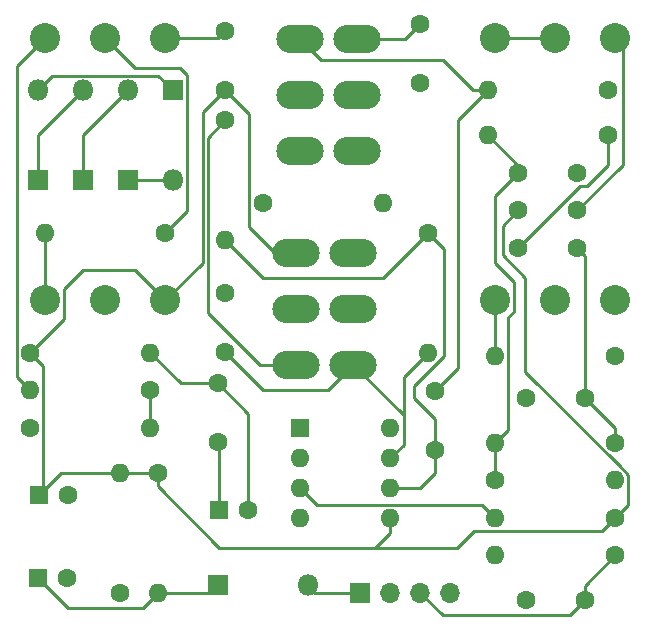
<source format=gtl>
G04 #@! TF.GenerationSoftware,KiCad,Pcbnew,7.0.11+dfsg-1build4*
G04 #@! TF.CreationDate,2026-01-27T20:44:15-05:00*
G04 #@! TF.ProjectId,Overdrive-01-KoT,4f766572-6472-4697-9665-2d30312d4b6f,rev?*
G04 #@! TF.SameCoordinates,Original*
G04 #@! TF.FileFunction,Copper,L1,Top*
G04 #@! TF.FilePolarity,Positive*
%FSLAX46Y46*%
G04 Gerber Fmt 4.6, Leading zero omitted, Abs format (unit mm)*
G04 Created by KiCad (PCBNEW 7.0.11+dfsg-1build4) date 2026-01-27 20:44:15*
%MOMM*%
%LPD*%
G01*
G04 APERTURE LIST*
G04 #@! TA.AperFunction,ComponentPad*
%ADD10C,1.600000*%
G04 #@! TD*
G04 #@! TA.AperFunction,ComponentPad*
%ADD11O,1.600000X1.600000*%
G04 #@! TD*
G04 #@! TA.AperFunction,ComponentPad*
%ADD12R,1.600000X1.600000*%
G04 #@! TD*
G04 #@! TA.AperFunction,ComponentPad*
%ADD13R,1.700000X1.700000*%
G04 #@! TD*
G04 #@! TA.AperFunction,ComponentPad*
%ADD14O,1.700000X1.700000*%
G04 #@! TD*
G04 #@! TA.AperFunction,ComponentPad*
%ADD15O,4.000000X2.416000*%
G04 #@! TD*
G04 #@! TA.AperFunction,ComponentPad*
%ADD16C,2.540000*%
G04 #@! TD*
G04 #@! TA.AperFunction,ComponentPad*
%ADD17R,1.800000X1.800000*%
G04 #@! TD*
G04 #@! TA.AperFunction,ComponentPad*
%ADD18O,1.800000X1.800000*%
G04 #@! TD*
G04 #@! TA.AperFunction,Conductor*
%ADD19C,0.250000*%
G04 #@! TD*
G04 APERTURE END LIST*
D10*
X143510000Y-100330000D03*
D11*
X133350000Y-100330000D03*
D12*
X94702621Y-104775000D03*
D10*
X97202621Y-104775000D03*
X113665000Y-80010000D03*
D11*
X123825000Y-80010000D03*
D13*
X121920000Y-113030000D03*
D14*
X124460000Y-113030000D03*
X127000000Y-113030000D03*
X129540000Y-113030000D03*
D10*
X110490000Y-73025000D03*
D11*
X110490000Y-83185000D03*
D12*
X94615000Y-111760000D03*
D10*
X97115000Y-111760000D03*
D15*
X116455000Y-84250000D03*
X116455000Y-88950000D03*
X116455000Y-93730000D03*
X121325000Y-84250000D03*
X121325000Y-88950000D03*
X121325000Y-93730000D03*
D10*
X133350000Y-103505000D03*
D11*
X143510000Y-103505000D03*
D10*
X140970000Y-96520000D03*
X135970000Y-96520000D03*
D16*
X105410000Y-88265000D03*
X100330000Y-88265000D03*
X95250000Y-88265000D03*
D17*
X98425000Y-78105000D03*
D18*
X98425000Y-70485000D03*
D17*
X102235000Y-78105000D03*
D18*
X102235000Y-70485000D03*
D10*
X104140000Y-95885000D03*
D11*
X93980000Y-95885000D03*
D10*
X93980000Y-99060000D03*
D11*
X104140000Y-99060000D03*
D10*
X140930000Y-113665000D03*
X135930000Y-113665000D03*
D16*
X143510000Y-66040000D03*
X138430000Y-66040000D03*
X133350000Y-66040000D03*
D10*
X101600000Y-113030000D03*
D11*
X101600000Y-102870000D03*
D10*
X110490000Y-70445000D03*
X110490000Y-65445000D03*
X142875000Y-70485000D03*
D11*
X132715000Y-70485000D03*
D12*
X109942621Y-106045000D03*
D10*
X112442621Y-106045000D03*
D15*
X116800000Y-66165000D03*
X116800000Y-70865000D03*
X116800000Y-75645000D03*
X121670000Y-66165000D03*
X121670000Y-70865000D03*
X121670000Y-75645000D03*
D10*
X104775000Y-102870000D03*
D11*
X104775000Y-113030000D03*
D16*
X105410000Y-66040000D03*
X100330000Y-66040000D03*
X95250000Y-66040000D03*
D10*
X109855000Y-100290000D03*
X109855000Y-95290000D03*
X140295000Y-83820000D03*
X135295000Y-83820000D03*
X127000000Y-69850000D03*
X127000000Y-64850000D03*
X128270000Y-95925000D03*
X128270000Y-100925000D03*
X143510000Y-92964000D03*
D11*
X133350000Y-92964000D03*
D10*
X135295000Y-80645000D03*
X140295000Y-80645000D03*
X93980000Y-92710000D03*
D11*
X104140000Y-92710000D03*
D17*
X94615000Y-78105000D03*
D18*
X94615000Y-70485000D03*
D10*
X143510000Y-109855000D03*
D11*
X133350000Y-109855000D03*
D12*
X116850000Y-99070000D03*
D11*
X116850000Y-101610000D03*
X116850000Y-104150000D03*
X116850000Y-106690000D03*
X124470000Y-106690000D03*
X124470000Y-104150000D03*
X124470000Y-101610000D03*
X124470000Y-99070000D03*
D10*
X105410000Y-82550000D03*
D11*
X95250000Y-82550000D03*
D17*
X106045000Y-70485000D03*
D18*
X106045000Y-78105000D03*
D10*
X127635000Y-82550000D03*
D11*
X127635000Y-92710000D03*
D10*
X110490000Y-92670000D03*
X110490000Y-87670000D03*
D16*
X143510000Y-88265000D03*
X138430000Y-88265000D03*
X133350000Y-88265000D03*
D10*
X143510000Y-106680000D03*
D11*
X133350000Y-106680000D03*
D10*
X135295000Y-77470000D03*
X140295000Y-77470000D03*
D17*
X109855000Y-112395000D03*
D18*
X117475000Y-112395000D03*
D10*
X142875000Y-74295000D03*
D11*
X132715000Y-74295000D03*
D19*
X132235489Y-105565489D02*
X118265489Y-105565489D01*
X133350000Y-106680000D02*
X132235489Y-105565489D01*
X118265489Y-105565489D02*
X116850000Y-104150000D01*
X103505000Y-114300000D02*
X104775000Y-113030000D01*
X94615000Y-111760000D02*
X97155000Y-114300000D01*
X109220000Y-113030000D02*
X109855000Y-112395000D01*
X104775000Y-113030000D02*
X109220000Y-113030000D01*
X97155000Y-114300000D02*
X103505000Y-114300000D01*
X143510000Y-100330000D02*
X143510000Y-99060000D01*
X140970000Y-84495000D02*
X140295000Y-83820000D01*
X140970000Y-96520000D02*
X140970000Y-84495000D01*
X143510000Y-99060000D02*
X140970000Y-96520000D01*
X133350000Y-85090000D02*
X133350000Y-79415000D01*
X134944511Y-89210489D02*
X134944511Y-86684511D01*
X134944511Y-86684511D02*
X133350000Y-85090000D01*
X134474511Y-89680489D02*
X134944511Y-89210489D01*
X133350000Y-79415000D02*
X135295000Y-77470000D01*
X134474511Y-99205489D02*
X134474511Y-89680489D01*
X133350000Y-100330000D02*
X134474511Y-99205489D01*
X133350000Y-103505000D02*
X133350000Y-100330000D01*
X132715000Y-74295000D02*
X135295000Y-76875000D01*
X135295000Y-76875000D02*
X135295000Y-77470000D01*
X141115489Y-78594511D02*
X142875000Y-76835000D01*
X142875000Y-76835000D02*
X142875000Y-74295000D01*
X135295000Y-83820000D02*
X140520489Y-78594511D01*
X140520489Y-78594511D02*
X141115489Y-78594511D01*
X121670000Y-66165000D02*
X125685000Y-66165000D01*
X125685000Y-66165000D02*
X127000000Y-64850000D01*
X131566767Y-107804511D02*
X142385489Y-107804511D01*
X108585000Y-85090000D02*
X105410000Y-88265000D01*
X108585000Y-72350000D02*
X108585000Y-85090000D01*
X112540489Y-82060489D02*
X114730000Y-84250000D01*
X143510000Y-106680000D02*
X144634511Y-105555489D01*
X102870000Y-85725000D02*
X105410000Y-88265000D01*
X96607621Y-102870000D02*
X101600000Y-102870000D01*
X95104511Y-104373110D02*
X95104511Y-93834511D01*
X123190000Y-109220000D02*
X130151278Y-109220000D01*
X98425000Y-85725000D02*
X102870000Y-85725000D01*
X133985000Y-84455000D02*
X133985000Y-81955000D01*
X133985000Y-81955000D02*
X135295000Y-80645000D01*
X130151278Y-109220000D02*
X131566767Y-107804511D01*
X143830300Y-102235000D02*
X143824700Y-102235000D01*
X110490000Y-70445000D02*
X108585000Y-72350000D01*
X95104511Y-93834511D02*
X93980000Y-92710000D01*
X112540489Y-72495489D02*
X112540489Y-82060489D01*
X142385489Y-107804511D02*
X143510000Y-106680000D01*
X101600000Y-102870000D02*
X104775000Y-102870000D01*
X114730000Y-84250000D02*
X116455000Y-84250000D01*
X93980000Y-92710000D02*
X96844511Y-89845489D01*
X94702621Y-104775000D02*
X96607621Y-102870000D01*
X96844511Y-89845489D02*
X96844511Y-87305489D01*
X104775000Y-104001370D02*
X109993630Y-109220000D01*
X135890000Y-94300300D02*
X135890000Y-86360000D01*
X144634511Y-103039211D02*
X143830300Y-102235000D01*
X110490000Y-70445000D02*
X112540489Y-72495489D01*
X94702621Y-104775000D02*
X95104511Y-104373110D01*
X123190000Y-109220000D02*
X124470000Y-107940000D01*
X96844511Y-87305489D02*
X98425000Y-85725000D01*
X143824700Y-102235000D02*
X135890000Y-94300300D01*
X124470000Y-107940000D02*
X124470000Y-106690000D01*
X104775000Y-102870000D02*
X104775000Y-104001370D01*
X135890000Y-86360000D02*
X133985000Y-84455000D01*
X109993630Y-109220000D02*
X123190000Y-109220000D01*
X144634511Y-105555489D02*
X144634511Y-103039211D01*
X131445000Y-70485000D02*
X132715000Y-70485000D01*
X118580000Y-67945000D02*
X128905000Y-67945000D01*
X130175000Y-73025000D02*
X132715000Y-70485000D01*
X128270000Y-95925000D02*
X130175000Y-94020000D01*
X116800000Y-66165000D02*
X118580000Y-67945000D01*
X130175000Y-94020000D02*
X130175000Y-73025000D01*
X128905000Y-67945000D02*
X131445000Y-70485000D01*
X128270000Y-100925000D02*
X128270000Y-98298000D01*
X126492000Y-96520000D02*
X126492000Y-95504000D01*
X128270000Y-102870000D02*
X128270000Y-100925000D01*
X126492000Y-95504000D02*
X129032000Y-92964000D01*
X128270000Y-98298000D02*
X126492000Y-96520000D01*
X113665000Y-86360000D02*
X123825000Y-86360000D01*
X129032000Y-92964000D02*
X129032000Y-83947000D01*
X126990000Y-104150000D02*
X128270000Y-102870000D01*
X124470000Y-104150000D02*
X126990000Y-104150000D01*
X110490000Y-83185000D02*
X113665000Y-86360000D01*
X129032000Y-83947000D02*
X127635000Y-82550000D01*
X123825000Y-86360000D02*
X127635000Y-82550000D01*
X125594511Y-97999511D02*
X121325000Y-93730000D01*
X125594511Y-97999511D02*
X125594511Y-94750489D01*
X125594511Y-94750489D02*
X127635000Y-92710000D01*
X125594511Y-100485489D02*
X125594511Y-97999511D01*
X124470000Y-101610000D02*
X125594511Y-100485489D01*
X110490000Y-92670000D02*
X113705000Y-95885000D01*
X119170000Y-95885000D02*
X121325000Y-93730000D01*
X113705000Y-95885000D02*
X119170000Y-95885000D01*
X105410000Y-66040000D02*
X109895000Y-66040000D01*
X109895000Y-66040000D02*
X110490000Y-65445000D01*
X140295000Y-80645000D02*
X144145000Y-76795000D01*
X144145000Y-76795000D02*
X144145000Y-66675000D01*
X144145000Y-66675000D02*
X143510000Y-66040000D01*
X109942621Y-100377621D02*
X109855000Y-100290000D01*
X109942621Y-106045000D02*
X109942621Y-100377621D01*
X112442621Y-106045000D02*
X112442621Y-97877621D01*
X112442621Y-97877621D02*
X109855000Y-95290000D01*
X109855000Y-95290000D02*
X106720000Y-95290000D01*
X106720000Y-95290000D02*
X104140000Y-92710000D01*
X118110000Y-113030000D02*
X117475000Y-112395000D01*
X121920000Y-113030000D02*
X118110000Y-113030000D01*
X98425000Y-78105000D02*
X98425000Y-74295000D01*
X98425000Y-74295000D02*
X102235000Y-70485000D01*
X94615000Y-78105000D02*
X94615000Y-74295000D01*
X94615000Y-74295000D02*
X98425000Y-70485000D01*
X102235000Y-78105000D02*
X106045000Y-78105000D01*
X106045000Y-70485000D02*
X104820489Y-69260489D01*
X95839511Y-69260489D02*
X94615000Y-70485000D01*
X104820489Y-69260489D02*
X95839511Y-69260489D01*
X104140000Y-99060000D02*
X104140000Y-95885000D01*
X133350000Y-92964000D02*
X133350000Y-88265000D01*
X113415000Y-93730000D02*
X109034520Y-89349520D01*
X109034520Y-74480480D02*
X110490000Y-73025000D01*
X116455000Y-93730000D02*
X113415000Y-93730000D01*
X109034520Y-89349520D02*
X109034520Y-74480480D01*
X95250000Y-66040000D02*
X92855489Y-68434511D01*
X92855489Y-94760489D02*
X93980000Y-95885000D01*
X92855489Y-68434511D02*
X92855489Y-94760489D01*
X102870000Y-68580000D02*
X100330000Y-66040000D01*
X106680000Y-68580000D02*
X102870000Y-68580000D01*
X107269511Y-69169511D02*
X106680000Y-68580000D01*
X105410000Y-82550000D02*
X107269511Y-80690489D01*
X107269511Y-80690489D02*
X107269511Y-69169511D01*
X95250000Y-88265000D02*
X95250000Y-82550000D01*
X133350000Y-66040000D02*
X138430000Y-66040000D01*
X140930000Y-113665000D02*
X140930000Y-112435000D01*
X127000000Y-113030000D02*
X128905000Y-114935000D01*
X139660000Y-114935000D02*
X140930000Y-113665000D01*
X128905000Y-114935000D02*
X139660000Y-114935000D01*
X140930000Y-112435000D02*
X143510000Y-109855000D01*
M02*

</source>
